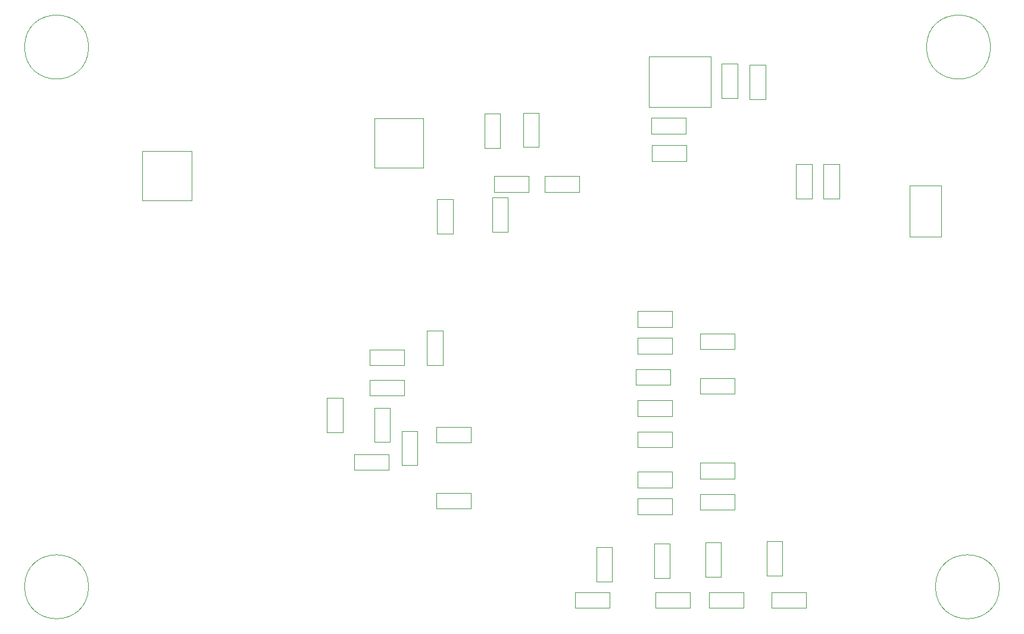
<source format=gbr>
%TF.GenerationSoftware,KiCad,Pcbnew,(6.0.0-rc1-dev-1444-gad0d9f8df)*%
%TF.CreationDate,2019-01-02T13:44:12+02:00*%
%TF.ProjectId,digiTOS-COMOD-SinBoard-routed-2,64696769-544f-4532-9d43-4f4d4f442d53,rev?*%
%TF.SameCoordinates,Original*%
%TF.FileFunction,Other,User*%
%FSLAX46Y46*%
G04 Gerber Fmt 4.6, Leading zero omitted, Abs format (unit mm)*
G04 Created by KiCad (PCBNEW (6.0.0-rc1-dev-1444-gad0d9f8df)) date 02/01/2019 13:44:12*
%MOMM*%
%LPD*%
G04 APERTURE LIST*
%ADD10C,0.050000*%
G04 APERTURE END LIST*
D10*
%TO.C,H1*%
X250295000Y-125730000D02*
G75*
G03X250295000Y-125730000I-4550000J0D01*
G01*
%TO.C,H2*%
X120755000Y-125730000D02*
G75*
G03X120755000Y-125730000I-4550000J0D01*
G01*
%TO.C,H3*%
X249025000Y-48895000D02*
G75*
G03X249025000Y-48895000I-4550000J0D01*
G01*
%TO.C,H4*%
X120755000Y-48895000D02*
G75*
G03X120755000Y-48895000I-4550000J0D01*
G01*
%TO.C,J3*%
X168400000Y-66050000D02*
X161400000Y-66050000D01*
X168400000Y-66050000D02*
X168400000Y-59050000D01*
X161400000Y-59050000D02*
X161400000Y-66050000D01*
X161400000Y-59050000D02*
X168400000Y-59050000D01*
%TO.C,J4*%
X128400000Y-63700000D02*
X135400000Y-63700000D01*
X128400000Y-63700000D02*
X128400000Y-70700000D01*
X135400000Y-70700000D02*
X135400000Y-63700000D01*
X135400000Y-70700000D02*
X128400000Y-70700000D01*
%TO.C,C1*%
X214780000Y-56350000D02*
X214780000Y-51450000D01*
X217020000Y-56350000D02*
X214780000Y-56350000D01*
X217020000Y-51450000D02*
X217020000Y-56350000D01*
X214780000Y-51450000D02*
X217020000Y-51450000D01*
%TO.C,C2*%
X210807000Y-51267100D02*
X213047000Y-51267100D01*
X213047000Y-51267100D02*
X213047000Y-56167100D01*
X213047000Y-56167100D02*
X210807000Y-56167100D01*
X210807000Y-56167100D02*
X210807000Y-51267100D01*
%TO.C,C3*%
X200827000Y-61237100D02*
X200827000Y-58997100D01*
X200827000Y-58997100D02*
X205727000Y-58997100D01*
X205727000Y-58997100D02*
X205727000Y-61237100D01*
X205727000Y-61237100D02*
X200827000Y-61237100D01*
%TO.C,C4*%
X205750000Y-65120000D02*
X200850000Y-65120000D01*
X205750000Y-62880000D02*
X205750000Y-65120000D01*
X200850000Y-62880000D02*
X205750000Y-62880000D01*
X200850000Y-65120000D02*
X200850000Y-62880000D01*
%TO.C,D1*%
X206285000Y-128755000D02*
X201385000Y-128755000D01*
X206285000Y-126515000D02*
X206285000Y-128755000D01*
X201385000Y-126515000D02*
X206285000Y-126515000D01*
X201385000Y-128755000D02*
X201385000Y-126515000D01*
%TO.C,D2*%
X194855000Y-126515000D02*
X194855000Y-128755000D01*
X194855000Y-128755000D02*
X189955000Y-128755000D01*
X189955000Y-128755000D02*
X189955000Y-126515000D01*
X189955000Y-126515000D02*
X194855000Y-126515000D01*
%TO.C,D3*%
X213905000Y-128755000D02*
X209005000Y-128755000D01*
X213905000Y-126515000D02*
X213905000Y-128755000D01*
X209005000Y-126515000D02*
X213905000Y-126515000D01*
X209005000Y-128755000D02*
X209005000Y-126515000D01*
%TO.C,D4*%
X217895000Y-128755000D02*
X217895000Y-126515000D01*
X217895000Y-126515000D02*
X222795000Y-126515000D01*
X222795000Y-126515000D02*
X222795000Y-128755000D01*
X222795000Y-128755000D02*
X217895000Y-128755000D01*
%TO.C,R1*%
X203440000Y-119585000D02*
X203440000Y-124485000D01*
X201200000Y-119585000D02*
X203440000Y-119585000D01*
X201200000Y-124485000D02*
X201200000Y-119585000D01*
X203440000Y-124485000D02*
X201200000Y-124485000D01*
%TO.C,R2*%
X195230000Y-124985000D02*
X192990000Y-124985000D01*
X192990000Y-124985000D02*
X192990000Y-120085000D01*
X192990000Y-120085000D02*
X195230000Y-120085000D01*
X195230000Y-120085000D02*
X195230000Y-124985000D01*
%TO.C,R3*%
X210720000Y-119450000D02*
X210720000Y-124350000D01*
X208480000Y-119450000D02*
X210720000Y-119450000D01*
X208480000Y-124350000D02*
X208480000Y-119450000D01*
X210720000Y-124350000D02*
X208480000Y-124350000D01*
%TO.C,R4*%
X219420000Y-124150000D02*
X217180000Y-124150000D01*
X217180000Y-124150000D02*
X217180000Y-119250000D01*
X217180000Y-119250000D02*
X219420000Y-119250000D01*
X219420000Y-119250000D02*
X219420000Y-124150000D01*
%TO.C,U1*%
X200469000Y-57466500D02*
X209269000Y-57466500D01*
X200469000Y-50266500D02*
X200469000Y-57466500D01*
X209269000Y-50266500D02*
X200469000Y-50266500D01*
X209269000Y-57466500D02*
X209269000Y-50266500D01*
%TO.C,D5*%
X212635000Y-89685000D02*
X212635000Y-91925000D01*
X212635000Y-91925000D02*
X207735000Y-91925000D01*
X207735000Y-91925000D02*
X207735000Y-89685000D01*
X207735000Y-89685000D02*
X212635000Y-89685000D01*
%TO.C,D6*%
X203745000Y-92560000D02*
X198845000Y-92560000D01*
X203745000Y-90320000D02*
X203745000Y-92560000D01*
X198845000Y-90320000D02*
X203745000Y-90320000D01*
X198845000Y-92560000D02*
X198845000Y-90320000D01*
%TO.C,R5*%
X221373000Y-70446700D02*
X221373000Y-65546700D01*
X223613000Y-70446700D02*
X221373000Y-70446700D01*
X223613000Y-65546700D02*
X223613000Y-70446700D01*
X221373000Y-65546700D02*
X223613000Y-65546700D01*
%TO.C,R6*%
X225273000Y-65546700D02*
X227513000Y-65546700D01*
X227513000Y-65546700D02*
X227513000Y-70446700D01*
X227513000Y-70446700D02*
X225273000Y-70446700D01*
X225273000Y-70446700D02*
X225273000Y-65546700D01*
%TO.C,D7*%
X212635000Y-108100000D02*
X212635000Y-110340000D01*
X212635000Y-110340000D02*
X207735000Y-110340000D01*
X207735000Y-110340000D02*
X207735000Y-108100000D01*
X207735000Y-108100000D02*
X212635000Y-108100000D01*
%TO.C,D8*%
X207735000Y-112545000D02*
X212635000Y-112545000D01*
X207735000Y-114785000D02*
X207735000Y-112545000D01*
X212635000Y-114785000D02*
X207735000Y-114785000D01*
X212635000Y-112545000D02*
X212635000Y-114785000D01*
%TO.C,D9*%
X198845000Y-111610000D02*
X198845000Y-109370000D01*
X198845000Y-109370000D02*
X203745000Y-109370000D01*
X203745000Y-109370000D02*
X203745000Y-111610000D01*
X203745000Y-111610000D02*
X198845000Y-111610000D01*
%TO.C,D10*%
X203745000Y-115420000D02*
X198845000Y-115420000D01*
X203745000Y-113180000D02*
X203745000Y-115420000D01*
X198845000Y-113180000D02*
X203745000Y-113180000D01*
X198845000Y-115420000D02*
X198845000Y-113180000D01*
%TO.C,D11*%
X212635000Y-96035000D02*
X212635000Y-98275000D01*
X212635000Y-98275000D02*
X207735000Y-98275000D01*
X207735000Y-98275000D02*
X207735000Y-96035000D01*
X207735000Y-96035000D02*
X212635000Y-96035000D01*
%TO.C,D12*%
X203745000Y-105895000D02*
X198845000Y-105895000D01*
X203745000Y-103655000D02*
X203745000Y-105895000D01*
X198845000Y-103655000D02*
X203745000Y-103655000D01*
X198845000Y-105895000D02*
X198845000Y-103655000D01*
%TO.C,D13*%
X198845000Y-101450000D02*
X198845000Y-99210000D01*
X198845000Y-99210000D02*
X203745000Y-99210000D01*
X203745000Y-99210000D02*
X203745000Y-101450000D01*
X203745000Y-101450000D02*
X198845000Y-101450000D01*
%TO.C,D14*%
X198628000Y-97005000D02*
X198628000Y-94765000D01*
X198628000Y-94765000D02*
X203528000Y-94765000D01*
X203528000Y-94765000D02*
X203528000Y-97005000D01*
X203528000Y-97005000D02*
X198628000Y-97005000D01*
%TO.C,D15*%
X203745000Y-88750000D02*
X198845000Y-88750000D01*
X203745000Y-86510000D02*
X203745000Y-88750000D01*
X198845000Y-86510000D02*
X203745000Y-86510000D01*
X198845000Y-88750000D02*
X198845000Y-86510000D01*
%TO.C,R7*%
X177080000Y-63250000D02*
X177080000Y-58350000D01*
X179320000Y-63250000D02*
X177080000Y-63250000D01*
X179320000Y-58350000D02*
X179320000Y-63250000D01*
X177080000Y-58350000D02*
X179320000Y-58350000D01*
%TO.C,R8*%
X182580000Y-58250000D02*
X184820000Y-58250000D01*
X184820000Y-58250000D02*
X184820000Y-63150000D01*
X184820000Y-63150000D02*
X182580000Y-63150000D01*
X182580000Y-63150000D02*
X182580000Y-58250000D01*
%TO.C,C5*%
X180420000Y-75250000D02*
X178180000Y-75250000D01*
X178180000Y-75250000D02*
X178180000Y-70350000D01*
X178180000Y-70350000D02*
X180420000Y-70350000D01*
X180420000Y-70350000D02*
X180420000Y-75250000D01*
%TO.C,R9*%
X170330000Y-70575000D02*
X172570000Y-70575000D01*
X172570000Y-70575000D02*
X172570000Y-75475000D01*
X172570000Y-75475000D02*
X170330000Y-75475000D01*
X170330000Y-75475000D02*
X170330000Y-70575000D01*
%TO.C,R10*%
X190550000Y-67280000D02*
X190550000Y-69520000D01*
X190550000Y-69520000D02*
X185650000Y-69520000D01*
X185650000Y-69520000D02*
X185650000Y-67280000D01*
X185650000Y-67280000D02*
X190550000Y-67280000D01*
%TO.C,R11*%
X178450000Y-67280000D02*
X183350000Y-67280000D01*
X178450000Y-69520000D02*
X178450000Y-67280000D01*
X183350000Y-69520000D02*
X178450000Y-69520000D01*
X183350000Y-67280000D02*
X183350000Y-69520000D01*
%TO.C,C6*%
X165638000Y-96280000D02*
X165638000Y-98520000D01*
X165638000Y-98520000D02*
X160738000Y-98520000D01*
X160738000Y-98520000D02*
X160738000Y-96280000D01*
X160738000Y-96280000D02*
X165638000Y-96280000D01*
%TO.C,R12*%
X156920000Y-103750000D02*
X154680000Y-103750000D01*
X154680000Y-103750000D02*
X154680000Y-98850000D01*
X154680000Y-98850000D02*
X156920000Y-98850000D01*
X156920000Y-98850000D02*
X156920000Y-103750000D01*
%TO.C,R13*%
X163462000Y-109120000D02*
X158562000Y-109120000D01*
X163462000Y-106880000D02*
X163462000Y-109120000D01*
X158562000Y-106880000D02*
X163462000Y-106880000D01*
X158562000Y-109120000D02*
X158562000Y-106880000D01*
%TO.C,R14*%
X163620000Y-105150000D02*
X161380000Y-105150000D01*
X161380000Y-105150000D02*
X161380000Y-100250000D01*
X161380000Y-100250000D02*
X163620000Y-100250000D01*
X163620000Y-100250000D02*
X163620000Y-105150000D01*
%TO.C,R15*%
X168880000Y-89250000D02*
X171120000Y-89250000D01*
X171120000Y-89250000D02*
X171120000Y-94150000D01*
X171120000Y-94150000D02*
X168880000Y-94150000D01*
X168880000Y-94150000D02*
X168880000Y-89250000D01*
%TO.C,R16*%
X160750000Y-91980000D02*
X165650000Y-91980000D01*
X160750000Y-94220000D02*
X160750000Y-91980000D01*
X165650000Y-94220000D02*
X160750000Y-94220000D01*
X165650000Y-91980000D02*
X165650000Y-94220000D01*
%TO.C,D16*%
X242050000Y-68600000D02*
X242050000Y-75900000D01*
X242050000Y-75900000D02*
X237550000Y-75900000D01*
X237550000Y-75900000D02*
X237550000Y-68600000D01*
X237550000Y-68600000D02*
X242050000Y-68600000D01*
%TO.C,R17*%
X175150000Y-112380000D02*
X175150000Y-114620000D01*
X175150000Y-114620000D02*
X170250000Y-114620000D01*
X170250000Y-114620000D02*
X170250000Y-112380000D01*
X170250000Y-112380000D02*
X175150000Y-112380000D01*
%TO.C,R18*%
X170250000Y-102980000D02*
X175150000Y-102980000D01*
X170250000Y-105220000D02*
X170250000Y-102980000D01*
X175150000Y-105220000D02*
X170250000Y-105220000D01*
X175150000Y-102980000D02*
X175150000Y-105220000D01*
%TO.C,R19*%
X167520000Y-108450000D02*
X165280000Y-108450000D01*
X165280000Y-108450000D02*
X165280000Y-103550000D01*
X165280000Y-103550000D02*
X167520000Y-103550000D01*
X167520000Y-103550000D02*
X167520000Y-108450000D01*
%TD*%
M02*

</source>
